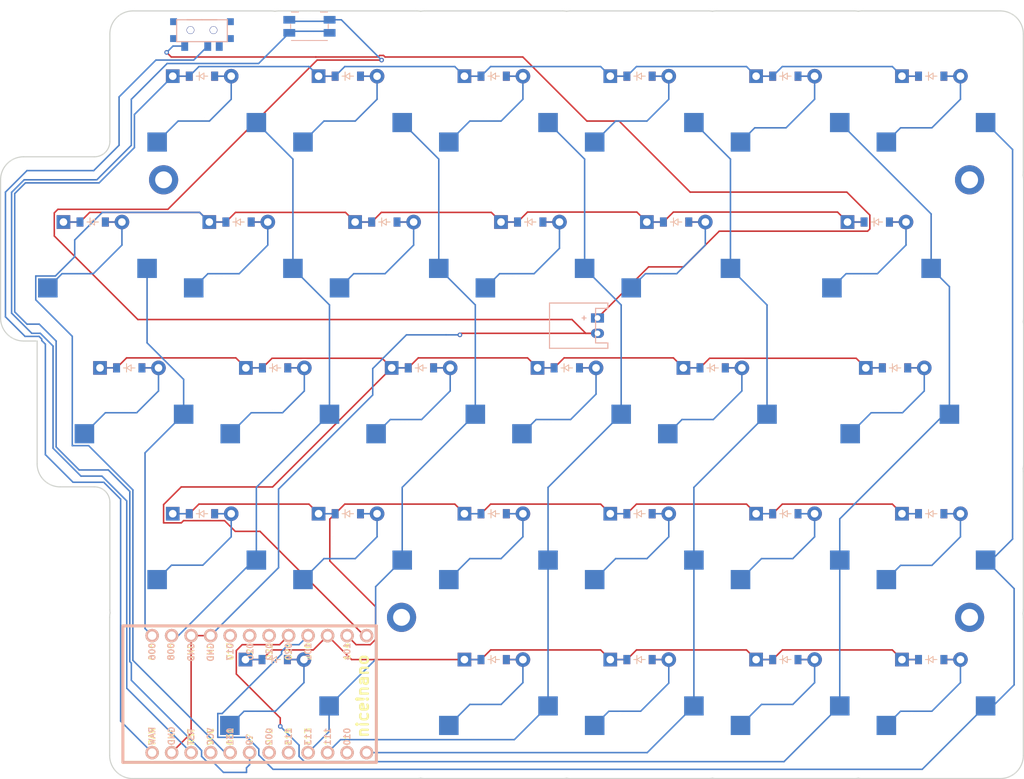
<source format=kicad_pcb>
(kicad_pcb (version 20241229) (generator "pcbnew") (generator_version "9.0")
  (title_block (title "right") (date "2026-01-19") (rev "v1.0.0") (company "Unknown"))
  (layers (0 "F.Cu" signal) (2 "B.Cu" signal) (13 "F.Paste" user) (15 "B.Paste" user) (5 "F.SilkS" user "F.Silkscreen") (7 "B.SilkS" user "B.Silkscreen") (1 "F.Mask" user) (3 "B.Mask" user) (25 "Edge.Cuts" user))
  (net 0 "")
  (net 1 "P006")
  (net 2 "c1_home")
  (net 3 "c1_top")
  (net 4 "P008")
  (net 5 "c2_bottom")
  (net 6 "c2_home")
  (net 7 "c2_top")
  (net 8 "c2_num")
  (net 9 "P113")
  (net 10 "c3_mod")
  (net 11 "c3_bottom")
  (net 12 "c3_home")
  (net 13 "c3_top")
  (net 14 "c3_num")
  (net 15 "P111")
  (net 16 "c4_mod")
  (net 17 "c4_bottom")
  (net 18 "c4_home")
  (net 19 "c4_top")
  (net 20 "c4_num")
  (net 21 "P009")
  (net 22 "c5_mod")
  (net 23 "c5_bottom")
  (net 24 "c5_home")
  (net 25 "c5_top")
  (net 26 "c5_num")
  (net 27 "P024")
  (net 28 "c6_mod")
  (net 29 "c6_bottom")
  (net 30 "c6_home")
  (net 31 "c6_top")
  (net 32 "c6_num")
  (net 33 "P100")
  (net 34 "c7_mod")
  (net 35 "c7_bottom")
  (net 36 "c7_num")
  (net 37 "RAW")
  (net 38 "GND")
  (net 39 "RST")
  (net 40 "VCC")
  (net 41 "P031")
  (net 42 "P029")
  (net 43 "P002")
  (net 44 "P115")
  (net 45 "P010")
  (net 46 "P017")
  (net 47 "P020")
  (net 48 "P022")
  (net 49 "P011")
  (net 50 "P104")
  (net 51 "P106")
  (net 52 "pos")
  (footprint "E73:SPDT_C128955" (layer "F.Cu") (at 269 64.5)
    (property "Reference" "T1" (hide yes))
    (property "Value" "" (hide yes))
  )
  (footprint "ComboDiode" (layer "F.Cu") (at 326 70.5)
    (property "Reference" "D21" (hide yes))
    (property "Value" "" (hide yes))
  )
  (footprint "ComboDiode" (layer "F.Cu") (at 364 146.5)
    (property "Reference" "D27" (hide yes))
    (property "Value" "" (hide yes))
  )
  (footprint "ComboDiode" (layer "F.Cu") (at 326 146.5)
    (property "Reference" "D17" (hide yes))
    (property "Value" "" (hide yes))
  )
  (footprint "ComboDiode" (layer "F.Cu") (at 307 70.5)
    (property "Reference" "D16" (hide yes))
    (property "Value" "" (hide yes))
  )
  (footprint "ComboDiode" (layer "F.Cu") (at 278.475 146.5)
    (property "Reference" "D7" (hide yes))
    (property "Value" "" (hide yes))
  )
  (footprint "ComboDiode" (layer "F.Cu") (at 259.525 108.5)
    (property "Reference" "D1" (hide yes))
    (property "Value" "" (hide yes))
  )
  (footprint "ComboDiode" (layer "F.Cu") (at 278.525 108.5)
    (property "Reference" "D4" (hide yes))
    (property "Value" "" (hide yes))
  )
  (footprint "MX" (layer "F.Cu") (at 330.7625 93 180)
    (property "Reference" "S20" (hide yes))
    (property "Value" "" (hide yes))
  )
  (footprint "MX" (layer "F.Cu") (at 292.7625 93 180)
    (property "Reference" "S10" (hide yes))
    (property "Value" "" (hide yes))
  )
  (footprint "MX" (layer "F.Cu") (at 335.525 112 180)
    (property "Reference" "S19" (hide yes))
    (property "Value" "" (hide yes))
  )
  (footprint "MX" (layer "F.Cu") (at 359.2875 112 180)
    (property "Reference" "S24" (hide yes))
    (property "Value" "" (hide yes))
  )
  (footprint "MX" (layer "F.Cu") (at 326 150 180)
    (property "Reference" "S17" (hide yes))
    (property "Value" "" (hide yes))
  )
  (footprint "ComboDiode" (layer "F.Cu") (at 254.7625 89.5)
    (property "Reference" "D2" (hide yes))
    (property "Value" "" (hide yes))
  )
  (footprint "Panasonic_EVQPUL_EVQPUC" (layer "F.Cu") (at 283 64)
    (property "Reference" "B1" (hide yes))
    (property "Value" "Panasonic_EVQPUL_EVQPUC" (hide yes))
  )
  (footprint "MX" (layer "F.Cu") (at 307 150 180)
    (property "Reference" "S12" (hide yes))
    (property "Value" "" (hide yes))
  )
  (footprint "ComboDiode" (layer "F.Cu") (at 326 127.5)
    (property "Reference" "D18" (hide yes))
    (property "Value" "" (hide yes))
  )
  (footprint "ComboDiode" (layer "F.Cu") (at 316.525 108.5)
    (property "Reference" "D14" (hide yes))
    (property "Value" "" (hide yes))
  )
  (footprint "mounting_hole" (layer "F.Cu") (at 264 84)
    (property "Reference" "H1" (hide yes))
    (property "Value" "")
  )
  (footprint "JST_PH_S2B-PH-K_02x2.00mm_Angled" (layer "F.Cu") (at 320.525 103 -90)
    (property "Reference" "JST1" (hide yes))
    (property "Value" "" (hide yes))
  )
  (footprint "MX" (layer "F.Cu") (at 326 74 180)
    (property "Reference" "S21" (hide yes))
    (property "Value" "" (hide yes))
  )
  (footprint "MX" (layer "F.Cu") (at 288 74 180)
    (property "Reference" "S11" (hide yes))
    (property "Value" "" (hide yes))
  )
  (footprint "MX" (layer "F.Cu") (at 259.525 112 180)
    (property "Reference" "S1" (hide yes))
    (property "Value" "" (hide yes))
  )
  (footprint "ComboDiode" (layer "F.Cu") (at 356.90625 89.5)
    (property "Reference" "D25" (hide yes))
    (property "Value" "" (hide yes))
  )
  (footprint "MX" (layer "F.Cu") (at 356.90625 93 180)
    (property "Reference" "S25" (hide yes))
    (property "Value" "" (hide yes))
  )
  (footprint "ComboDiode" (layer "F.Cu") (at 307 146.5)
    (property "Reference" "D12" (hide yes))
    (property "Value" "" (hide yes))
  )
  (footprint "MX" (layer "F.Cu") (at 269 131 180)
    (property "Reference" "S3" (hide yes))
    (property "Value" "" (hide yes))
  )
  (footprint "MX" (layer "F.Cu") (at 269 74 180)
    (property "Reference" "S6" (hide yes))
    (property "Value" "" (hide yes))
  )
  (footprint "ComboDiode" (layer "F.Cu") (at 307 127.5)
    (property "Reference" "D13" (hide yes))
    (property "Value" "" (hide yes))
  )
  (footprint "ComboDiode" (layer "F.Cu") (at 288 127.5)
    (property "Reference" "D8" (hide yes))
    (property "Value" "" (hide yes))
  )
  (footprint "MX" (layer "F.Cu") (at 278.525 112 180)
    (property "Reference" "S4" (hide yes))
    (property "Value" "" (hide yes))
  )
  (footprint "ComboDiode" (layer "F.Cu") (at 273.7625 89.5)
    (property "Reference" "D5" (hide yes))
    (property "Value" "" (hide yes))
  )
  (footprint "nice_nano" (layer "F.Cu") (at 276.475 151)
    (property "Reference" "MCU1" (hide yes))
    (property "Value" "nice_nano" (hide yes))
  )
  (footprint "MX" (layer "F.Cu") (at 345 74 180)
    (property "Reference" "S26" (hide yes))
    (property "Value" "" (hide yes))
  )
  (footprint "MX" (layer "F.Cu") (at 311.7625 93 180)
    (property "Reference" "S15" (hide yes))
    (property "Value" "" (hide yes))
  )
  (footprint "ComboDiode" (layer "F.Cu") (at 269 70.5)
    (property "Reference" "D6" (hide yes))
    (property "Value" "" (hide yes))
  )
  (footprint "ComboDiode" (layer "F.Cu") (at 288 70.5)
    (property "Reference" "D11" (hide yes))
    (property "Value" "" (hide yes))
  )
  (footprint "MX" (layer "F.Cu") (at 364 150 180)
    (property "Reference" "S27" (hide yes))
    (property "Value" "" (hide yes))
  )
  (footprint "ComboDiode" (layer "F.Cu") (at 345 146.5)
    (property "Reference" "D22" (hide yes))
    (property "Value" "" (hide yes))
  )
  (footprint "ComboDiode" (layer "F.Cu") (at 335.525 108.5)
    (property "Reference" "D19" (hide yes))
    (property "Value" "" (hide yes))
  )
  (footprint "MX" (layer "F.Cu") (at 326 131 180)
    (property "Reference" "S18" (hide yes))
    (property "Value" "" (hide yes))
  )
  (footprint "MX" (layer "F.Cu") (at 273.7625 93 180)
    (property "Reference" "S5" (hide yes))
    (property "Value" "" (hide yes))
  )
  (footprint "MX" (layer "F.Cu") (at 307 74 180)
    (property "Reference" "S16" (hide yes))
    (property "Value" "" (hide yes))
  )
  (footprint "MX" (layer "F.Cu") (at 307 131 180)
    (property "Reference" "S13" (hide yes))
    (property "Value" "" (hide yes))
  )
  (footprint "ComboDiode" (layer "F.Cu") (at 345 127.5)
    (property "Reference" "D23" (hide yes))
    (property "Value" "" (hide yes))
  )
  (footprint "ComboDiode" (layer "F.Cu") (at 269 127.5)
    (property "Reference" "D3" (hide yes))
    (property "Value" "" (hide yes))
  )
  (footprint "MX" (layer "F.Cu") (at 345 131 180)
    (property "Reference" "S23" (hide yes))
    (property "Value" "" (hide yes))
  )
  (footprint "ComboDiode" (layer "F.Cu") (at 364 70.5)
    (property "Reference" "D29" (hide yes))
    (property "Value" "" (hide yes))
  )
  (footprint "MX" (layer "F.Cu") (at 297.525 112 180)
    (property "Reference" "S9" (hide yes))
    (property "Value" "" (hide yes))
  )
  (footprint "ComboDiode" (layer "F.Cu") (at 345 70.5)
    (property "Reference" "D26" (hide yes))
    (property "Value" "" (hide yes))
  )
  (footprint "ComboDiode" (layer "F.Cu") (at 311.7625 89.5)
    (property "Reference" "D15" (hide yes))
    (property "Value" "" (hide yes))
  )
  (footprint "ComboDiode" (layer "F.Cu") (at 292.7625 89.5)
    (property "Reference" "D10" (hide yes))
    (property "Value" "" (hide yes))
  )
  (footprint "MX" (layer "F.Cu") (at 364 131 180)
    (property "Reference" "S28" (hide yes))
    (property "Value" "" (hide yes))
  )
  (footprint "ComboDiode" (layer "F.Cu") (at 330.7625 89.5)
    (property "Reference" "D20" (hide yes))
    (property "Value" "" (hide yes))
  )
  (footprint "mounting_hole" (layer "F.Cu") (at 295 141)
    (property "Reference" "H3" (hide yes))
    (property "Value" "")
  )
  (footprint "MX" (layer "F.Cu") (at 288 131 180)
    (property "Reference" "S8" (hide yes))
    (property "Value" "" (hide yes))
  )
  (footprint "mounting_hole" (layer "F.Cu") (at 369 141)
    (property "Reference" "H4" (hide yes))
    (property "Value" "")
  )
  (footprint "MX" (layer "F.Cu") (at 345 150 180)
    (property "Reference" "S22" (hide yes))
    (property "Value" "" (hide yes))
  )
  (footprint "ComboDiode" (layer "F.Cu") (at 359.2875 108.5)
    (property "Reference" "D24" (hide yes))
    (property "Value" "" (hide yes))
  )
  (footprint "MX" (layer "F.Cu") (at 364 74 180)
    (property "Reference" "S29" (hide yes))
    (property "Value" "" (hide yes))
  )
  (footprint "MX" (layer "F.Cu") (at 278.475 150 180)
    (property "Reference" "S7" (hide yes))
    (property "Value" "" (hide yes))
  )
  (footprint "MX" (layer "F.Cu") (at 254.7625 93 180)
    (property "Reference" "S2" (hide yes))
    (property "Value" "" (hide yes))
  )
  (footprint "ComboDiode" (layer "F.Cu") (at 297.525 108.5)
    (property "Reference" "D9" (hide yes))
    (property "Value" "" (hide yes))
  )
  (footprint "mounting_hole" (layer "F.Cu") (at 369 84)
    (property "Reference" "H2" (hide yes))
    (property "Value" "")
  )
  (footprint "MX" (layer "F.Cu") (at 316.525 112 180)
    (property "Reference" "S14" (hide yes))
    (property "Value" "" (hide yes))
  )
  (footprint "ComboDiode" (layer "F.Cu") (at 364 127.5)
    (property "Reference" "D28" (hide yes))
    (property "Value" "" (hide yes))
  )
  (gr_arc (start 316.5 161.95804) (mid 316.250879 161.989493) (end 316 162) (stroke (width 0.15)) (layer "Edge.Cuts"))
  (gr_line (start 297 62) (end 279 62) (stroke (width 0.15)) (layer "Edge.Cuts"))
  (gr_arc (start 335.5 62.04196) (mid 335.749121 62.010507) (end 336 62) (stroke (width 0.15)) (layer "Edge.Cuts"))
  (gr_arc (start 375.97218 83.407608) (mid 376.016446 83.702335) (end 376.03125 84) (stroke (width 0.15)) (layer "Edge.Cuts"))
  (gr_arc (start 297.4875 161.9559) (mid 297.232197 161.988956) (end 296.975 162) (stroke (width 0.15)) (layer "Edge.Cuts"))
  (gr_arc (start 242.7625 84) (mid 243.64118 81.87868) (end 245.7625 81) (stroke (width 0.15)) (layer "Edge.Cuts"))
  (gr_arc (start 355 162) (mid 354.749121 161.989491) (end 354.5 161.95804) (stroke (width 0.15)) (layer "Edge.Cuts"))
  (gr_arc (start 376.03125 102) (mid 376.02151 102.241541) (end 375.992356 102.481513) (stroke (width 0.15)) (layer "Edge.Cuts"))
  (gr_line (start 257 126) (end 257 140) (stroke (width 0.15)) (layer "Edge.Cuts"))
  (gr_line (start 355 162) (end 373 162) (stroke (width 0.15)) (layer "Edge.Cuts"))
  (gr_arc (start 354.5 161.95804) (mid 354.250879 161.989493) (end 354 162) (stroke (width 0.15)) (layer "Edge.Cuts"))
  (gr_arc (start 373 62) (mid 375.12132 62.87868) (end 376 65) (stroke (width 0.15)) (layer "Edge.Cuts"))
  (gr_line (start 317 162) (end 335 162) (stroke (width 0.15)) (layer "Edge.Cuts"))
  (gr_line (start 257 65) (end 257 79) (stroke (width 0.15)) (layer "Edge.Cuts"))
  (gr_arc (start 376.0375 121) (mid 376.021747 121.307035) (end 375.974653 121.610846) (stroke (width 0.15)) (layer "Edge.Cuts"))
  (gr_line (start 259.975 162) (end 296.975 162) (stroke (width 0.15)) (layer "Edge.Cuts"))
  (gr_line (start 278 62) (end 260 62) (stroke (width 0.15)) (layer "Edge.Cuts"))
  (gr_arc (start 257.030411 140.426073) (mid 257.007611 140.213579) (end 257 140) (stroke (width 0.15)) (layer "Edge.Cuts"))
  (gr_line (start 336 162) (end 354 162) (stroke (width 0.15)) (layer "Edge.Cuts"))
  (gr_arc (start 317 162) (mid 316.749121 161.989491) (end 316.5 161.95804) (stroke (width 0.15)) (layer "Edge.Cuts"))
  (gr_arc (start 278.5 62.04196) (mid 278.749121 62.010507) (end 279 62) (stroke (width 0.15)) (layer "Edge.Cuts"))
  (gr_line (start 335 62) (end 317 62) (stroke (width 0.15)) (layer "Edge.Cuts"))
  (gr_arc (start 250.525 124) (mid 248.40368 123.12132) (end 247.525 121) (stroke (width 0.15)) (layer "Edge.Cuts"))
  (gr_line (start 247.525 105) (end 247.525 121) (stroke (width 0.15)) (layer "Edge.Cuts"))
  (gr_arc (start 259.975 162) (mid 257.85368 161.12132) (end 256.975 159) (stroke (width 0.15)) (layer "Edge.Cuts"))
  (gr_line (start 376 159) (end 376 141) (stroke (width 0.15)) (layer "Edge.Cuts"))
  (gr_line (start 242.7625 84) (end 242.7625 102) (stroke (width 0.15)) (layer "Edge.Cuts"))
  (gr_arc (start 245.7625 105) (mid 243.64118 104.12132) (end 242.7625 102) (stroke (width 0.15)) (layer "Edge.Cuts"))
  (gr_arc (start 376 159) (mid 375.12132 161.12132) (end 373 162) (stroke (width 0.15)) (layer "Edge.Cuts"))
  (gr_arc (start 375.974653 121.610846) (mid 375.993658 121.805011) (end 376 122) (stroke (width 0.15)) (layer "Edge.Cuts"))
  (gr_line (start 316 62) (end 298 62) (stroke (width 0.15)) (layer "Edge.Cuts"))
  (gr_arc (start 354.5 62.04196) (mid 354.749121 62.010507) (end 355 62) (stroke (width 0.15)) (layer "Edge.Cuts"))
  (gr_line (start 354 62) (end 336 62) (stroke (width 0.15)) (layer "Edge.Cuts"))
  (gr_arc (start 298 162) (mid 297.742803 161.988954) (end 297.4875 161.9559) (stroke (width 0.15)) (layer "Edge.Cuts"))
  (gr_arc (start 297 62) (mid 297.250879 62.010509) (end 297.5 62.04196) (stroke (width 0.15)) (layer "Edge.Cuts"))
  (gr_arc (start 297.5 62.04196) (mid 297.749121 62.010507) (end 298 62) (stroke (width 0.15)) (layer "Edge.Cuts"))
  (gr_line (start 298 162) (end 316 162) (stroke (width 0.15)) (layer "Edge.Cuts"))
  (gr_arc (start 278 62) (mid 278.250879 62.010509) (end 278.5 62.04196) (stroke (width 0.15)) (layer "Edge.Cuts"))
  (gr_line (start 256.975 141) (end 256.975 159) (stroke (width 0.15)) (layer "Edge.Cuts"))
  (gr_line (start 245.7625 105) (end 247.525 105) (stroke (width 0.15)) (layer "Edge.Cuts"))
  (gr_arc (start 257 79) (mid 256.414214 80.414214) (end 255 81) (stroke (width 0.15)) (layer "Edge.Cuts"))
  (gr_arc (start 316.5 62.04196) (mid 316.749121 62.010507) (end 317 62) (stroke (width 0.15)) (layer "Edge.Cuts"))
  (gr_line (start 373 62) (end 355 62) (stroke (width 0.15)) (layer "Edge.Cuts"))
  (gr_line (start 376 83) (end 376 65) (stroke (width 0.15)) (layer "Edge.Cuts"))
  (gr_arc (start 336 162) (mid 335.749121 161.989491) (end 335.5 161.95804) (stroke (width 0.15)) (layer "Edge.Cuts"))
  (gr_arc (start 376 83) (mid 375.993037 83.204278) (end 375.97218 83.407608) (stroke (width 0.15)) (layer "Edge.Cuts"))
  (gr_arc (start 257 65) (mid 257.87868 62.87868) (end 260 62) (stroke (width 0.15)) (layer "Edge.Cuts"))
  (gr_arc (start 375.992356 102.481513) (mid 376.026193 102.739776) (end 376.0375 103) (stroke (width 0.15)) (layer "Edge.Cuts"))
  (gr_arc (start 335 62) (mid 335.250879 62.010509) (end 335.5 62.04196) (stroke (width 0.15)) (layer "Edge.Cuts"))
  (gr_arc (start 316 62) (mid 316.250879 62.010509) (end 316.5 62.04196) (stroke (width 0.15)) (layer "Edge.Cuts"))
  (gr_line (start 376.0375 121) (end 376.0375 103) (stroke (width 0.15)) (layer "Edge.Cuts"))
  (gr_arc (start 354 62) (mid 354.250879 62.010509) (end 354.5 62.04196) (stroke (width 0.15)) (layer "Edge.Cuts"))
  (gr_line (start 250.525 124) (end 255 124) (stroke (width 0.15)) (layer "Edge.Cuts"))
  (gr_arc (start 255 124) (mid 256.414214 124.585786) (end 257 126) (stroke (width 0.15)) (layer "Edge.Cuts"))
  (gr_arc (start 375.95804 140.5) (mid 375.989493 140.749121) (end 376 141) (stroke (width 0.15)) (layer "Edge.Cuts"))
  (gr_line (start 376 140) (end 376 122) (stroke (width 0.15)) (layer "Edge.Cuts"))
  (gr_arc (start 256.975 141) (mid 256.988885 140.711702) (end 257.030411 140.426073) (stroke (width 0.15)) (layer "Edge.Cuts"))
  (gr_line (start 255 81) (end 245.7625 81) (stroke (width 0.15)) (layer "Edge.Cuts"))
  (gr_arc (start 376 140) (mid 375.989491 140.250879) (end 375.95804 140.5) (stroke (width 0.15)) (layer "Edge.Cuts"))
  (gr_line (start 376.03125 102) (end 376.03125 84) (stroke (width 0.15)) (layer "Edge.Cuts"))
  (gr_arc (start 335.5 161.95804) (mid 335.250879 161.989493) (end 335 162) (stroke (width 0.15)) (layer "Edge.Cuts"))
  (segment (start 261.582 142.457) (end 262.505 143.38) (width 0.2) (layer "B.Cu") (net 1))
  (segment (start 261.582 119.568) (end 261.582 142.457) (width 0.2) (layer "B.Cu") (net 1))
  (segment (start 261.8475 95.54) (end 261.8475 105.239783) (width 0.2) (layer "B.Cu") (net 1))
  (segment (start 266.61 114.54) (end 261.582 119.568) (width 0.2) (layer "B.Cu") (net 1))
  (segment (start 261.8475 105.239783) (end 266.61 110.002283) (width 0.2) (layer "B.Cu") (net 1))
  (segment (start 266.61 110.002283) (end 266.61 114.54) (width 0.2) (layer "B.Cu") (net 1))
  (segment (start 261.175 108.5) (end 263.335 108.5) (width 0.2) (layer "F.Cu") (net 2))
  (segment (start 253.683 117.08) (end 256.4181 114.3449) (width 0.2) (layer "B.Cu") (net 2))
  (segment (start 256.4181 114.3449) (end 260.496289 114.3449) (width 0.2) (layer "B.Cu") (net 2))
  (segment (start 260.496289 114.3449) (end 263.335 111.506189) (width 0.2) (layer "B.Cu") (net 2))
  (segment (start 263.335 111.506189) (end 263.335 108.5) (width 0.2) (layer "B.Cu") (net 2))
  (segment (start 263.335 108.5) (end 261.175 108.5) (width 0.2) (layer "B.Cu") (net 2))
  (segment (start 256.4125 89.5) (end 258.5725 89.5) (width 0.2) (layer "F.Cu") (net 3))
  (segment (start 250.7715 96.229) (end 254.849689 96.229) (width 0.2) (layer "B.Cu") (net 3))
  (segment (start 254.849689 96.229) (end 258.5725 92.506189) (width 0.2) (layer "B.Cu") (net 3))
  (segment (start 258.5725 92.506189) (end 258.5725 89.5) (width 0.2) (layer "B.Cu") (net 3))
  (segment (start 256.4125 89.5) (end 258.5725 89.5) (width 0.2) (layer "B.Cu") (net 3))
  (segment (start 248.9205 98.08) (end 250.7715 96.229) (width 0.2) (layer "B.Cu") (net 3))
  (segment (start 276.085 124.065) (end 276.085 133.54) (width 0.2) (layer "B.Cu") (net 4))
  (segment (start 276.085 76.54) (end 280.8475 81.3025) (width 0.2) (layer "B.Cu") (net 4))
  (segment (start 280.8475 81.3025) (end 280.8475 95.54) (width 0.2) (layer "B.Cu") (net 4))
  (segment (start 276.085 133.54) (end 275.760046 133.54) (width 0.2) (layer "B.Cu") (net 4))
  (segment (start 265.920046 143.38) (end 265.045 143.38) (width 0.2) (layer "B.Cu") (net 4))
  (segment (start 285.61 100.3025) (end 285.61 114.54) (width 0.2) (layer "B.Cu") (net 4))
  (segment (start 285.61 114.54) (end 276.085 124.065) (width 0.2) (layer "B.Cu") (net 4))
  (segment (start 275.760046 133.54) (end 265.920046 143.38) (width 0.2) (layer "B.Cu") (net 4))
  (segment (start 280.8475 95.54) (end 285.61 100.3025) (width 0.2) (layer "B.Cu") (net 4))
  (segment (start 270.65 127.5) (end 272.81 127.5) (width 0.2) (layer "F.Cu") (net 5))
  (segment (start 263.158 136.08) (end 265.038 134.2) (width 0.2) (layer "B.Cu") (net 5))
  (segment (start 265.038 134.2) (end 269.116189 134.2) (width 0.2) (layer "B.Cu") (net 5))
  (segment (start 272.81 127.5) (end 270.65 127.5) (width 0.2) (layer "B.Cu") (net 5))
  (segment (start 272.81 130.506189) (end 272.81 127.5) (width 0.2) (layer "B.Cu") (net 5))
  (segment (start 269.116189 134.2) (end 272.81 130.506189) (width 0.2) (layer "B.Cu") (net 5))
  (segment (start 280.175 108.5) (end 282.335 108.5) (width 0.2) (layer "F.Cu") (net 6))
  (segment (start 282.335 108.5) (end 280.175 108.5) (width 0.2) (layer "B.Cu") (net 6))
  (segment (start 279.496289 114.3449) (end 282.335 111.506189) (width 0.2) (layer "B.Cu") (net 6))
  (segment (start 272.683 117.08) (end 275.4181 114.3449) (width 0.2) (layer "B.Cu") (net 6))
  (segment (start 282.335 111.506189) (end 282.335 108.5) (width 0.2) (layer "B.Cu") (net 6))
  (segment (start 275.4181 114.3449) (end 279.496289 114.3449) (width 0.2) (layer "B.Cu") (net 6))
  (segment (start 275.4125 89.5) (end 277.5725 89.5) (width 0.2) (layer "F.Cu") (net 7))
  (segment (start 277.5725 92.506189) (end 277.5725 89.5) (width 0.2) (layer "B.Cu") (net 7))
  (segment (start 273.849689 96.229) (end 277.5725 92.506189) (width 0.2) (layer "B.Cu") (net 7))
  (segment (start 277.5725 89.5) (end 275.4125 89.5) (width 0.2) (layer "B.Cu") (net 7))
  (segment (start 267.9205 98.08) (end 269.7715 96.229) (width 0.2) (layer "B.Cu") (net 7))
  (segment (start 269.7715 96.229) (end 273.849689 96.229) (width 0.2) (layer "B.Cu") (net 7))
  (segment (start 270.65 70.5) (end 272.81 70.5) (width 0.2) (layer "F.Cu") (net 8))
  (segment (start 263.158 79.08) (end 265.8931 76.3449) (width 0.2) (layer "B.Cu") (net 8))
  (segment (start 269.971289 76.3449) (end 272.81 73.506189) (width 0.2) (layer "B.Cu") (net 8))
  (segment (start 272.81 73.506189) (end 272.81 70.5) (width 0.2) (layer "B.Cu") (net 8))
  (segment (start 272.81 70.5) (end 270.65 70.5) (width 0.2) (layer "B.Cu") (net 8))
  (segment (start 265.8931 76.3449) (end 269.971289 76.3449) (width 0.2) (layer "B.Cu") (net 8))
  (segment (start 295.085 124.065) (end 295.085 133.54) (width 0.2) (layer "B.Cu") (net 9))
  (segment (start 299.8475 95.54) (end 304.61 100.3025) (width 0.2) (layer "B.Cu") (net 9))
  (segment (start 291.6223 146.4777) (end 285.56 152.54) (width 0.2) (layer "B.Cu") (net 9))
  (segment (start 295.085 76.54) (end 299.8475 81.3025) (width 0.2) (layer "B.Cu") (net 9))
  (segment (start 285.56 155.885) (end 282.825 158.62) (width 0.2) (layer "B.Cu") (net 9))
  (segment (start 291.6223 137.0027) (end 291.6223 146.4777) (width 0.2) (layer "B.Cu") (net 9))
  (segment (start 299.8475 81.3025) (end 299.8475 95.54) (width 0.2) (layer "B.Cu") (net 9))
  (segment (start 304.61 100.3025) (end 304.61 114.54) (width 0.2) (layer "B.Cu") (net 9))
  (segment (start 285.56 152.54) (end 285.56 155.885) (width 0.2) (layer "B.Cu") (net 9))
  (segment (start 295.085 133.54) (end 291.6223 137.0027) (width 0.2) (layer "B.Cu") (net 9))
  (segment (start 304.61 114.54) (end 295.085 124.065) (width 0.2) (layer "B.Cu") (net 9))
  (segment (start 280.125 146.5) (end 282.285 146.5) (width 0.2) (layer "F.Cu") (net 10))
  (segment (start 280.125 146.5) (end 282.285 146.5) (width 0.2) (layer "B.Cu") (net 10))
  (segment (start 282.285 149.506189) (end 278.562189 153.229) (width 0.2) (layer "B.Cu") (net 10))
  (segment (start 278.562189 153.229) (end 274.484 153.229) (width 0.2) (layer "B.Cu") (net 10))
  (segment (start 282.285 146.5) (end 282.285 149.506189) (width 0.2) (layer "B.Cu") (net 10))
  (segment (start 274.484 153.229) (end 272.633 155.08) (width 0.2) (layer "B.Cu") (net 10))
  (segment (start 289.65 127.5) (end 291.81 127.5) (width 0.2) (layer "F.Cu") (net 11))
  (segment (start 284.8931 133.3449) (end 288.971289 133.3449) (width 0.2) (layer "B.Cu") (net 11))
  (segment (start 291.81 130.506189) (end 291.81 127.5) (width 0.2) (layer "B.Cu") (net 11))
  (segment (start 282.158 136.08) (end 284.8931 133.3449) (width 0.2) (layer "B.Cu") (net 11))
  (segment (start 288.971289 133.3449) (end 291.81 130.506189) (width 0.2) (layer "B.Cu") (net 11))
  (segment (start 291.81 127.5) (end 289.65 127.5) (width 0.2) (layer "B.Cu") (net 11))
  (segment (start 299.175 108.5) (end 301.335 108.5) (width 0.2) (layer "F.Cu") (net 12))
  (segment (start 293.534 115.229) (end 297.612189 115.229) (width 0.2) (layer "B.Cu") (net 12))
  (segment (start 301.335 108.5) (end 299.175 108.5) (width 0.2) (layer "B.Cu") (net 12))
  (segment (start 301.335 111.506189) (end 301.335 108.5) (width 0.2) (layer "B.Cu") (net 12))
  (segment (start 297.612189 115.229) (end 301.335 111.506189) (width 0.2) (layer "B.Cu") (net 12))
  (segment (start 291.683 117.08) (end 293.534 115.229) (width 0.2) (layer "B.Cu") (net 12))
  (segment (start 294.4125 89.5) (end 296.5725 89.5) (width 0.2) (layer "F.Cu") (net 13))
  (segment (start 294.4125 89.5) (end 296.5725 89.5) (width 0.2) (layer "B.Cu") (net 13))
  (segment (start 296.5725 92.506189) (end 292.849689 96.229) (width 0.2) (layer "B.Cu") (net 13))
  (segment (start 288.7715 96.229) (end 286.9205 98.08) (width 0.2) (layer "B.Cu") (net 13))
  (segment (start 292.849689 96.229) (end 288.7715 96.229) (width 0.2) (layer "B.Cu") (net 13))
  (segment (start 296.5725 89.5) (end 296.5725 92.506189) (width 0.2) (layer "B.Cu") (net 13))
  (segment (start 289.65 70.5) (end 291.81 70.5) (width 0.2) (layer "F.Cu") (net 14))
  (segment (start 288.971289 76.3449) (end 291.81 73.506189) (width 0.2) (layer "B.Cu") (net 14))
  (segment (start 282.158 79.08) (end 284.8931 76.3449) (width 0.2) (layer "B.Cu") (net 14))
  (segment (start 291.81 73.506189) (end 291.81 70.5) (width 0.2) (layer "B.Cu") (net 14))
  (segment (start 284.8931 76.3449) (end 288.971289 76.3449) (width 0.2) (layer "B.Cu") (net 14))
  (segment (start 289.65 70.5) (end 291.81 70.5) (width 0.2) (layer "B.Cu") (net 14))
  (segment (start 314.085 152.54) (end 314.085 133.54) (width 0.2) (layer "B.Cu") (net 15))
  (segment (start 287.054 156.931) (end 285.365 158.62) (width 0.2) (layer "B.Cu") (net 15))
  (segment (start 309.694 156.931) (end 287.054 156.931) (width 0.2) (layer "B.Cu") (net 15))
  (segment (start 323.61 100.3025) (end 323.61 114.54) (width 0.2) (layer "B.Cu") (net 15))
  (segment (start 318.8475 81.3025) (end 318.8475 95.54) (width 0.2) (layer "B.Cu") (net 15))
  (segment (start 314.085 124.065) (end 314.085 133.54) (width 0.2) (layer "B.Cu") (net 15))
  (segment (start 314.085 76.54) (end 318.8475 81.3025) (width 0.2) (layer "B.Cu") (net 15))
  (segment (start 318.8475 95.54) (end 323.61 100.3025) (width 0.2) (layer "B.Cu") (net 15))
  (segment (start 314.085 152.54) (end 309.694 156.931) (width 0.2) (layer "B.Cu") (net 15))
  (segment (start 323.61 114.54) (end 314.085 124.065) (width 0.2) (layer "B.Cu") (net 15))
  (segment (start 310.81 146.5) (end 308.65 146.5) (width 0.2) (layer "F.Cu") (net 16))
  (segment (start 301.158 155.08) (end 303.8931 152.3449) (width 0.2) (layer "B.Cu") (net 16))
  (segment (start 307.971289 152.3449) (end 310.81 149.506189) (width 0.2) (layer "B.Cu") (net 16))
  (segment (start 310.81 149.506189) (end 310.81 146.5) (width 0.2) (layer "B.Cu") (net 16))
  (segment (start 303.8931 152.3449) (end 307.971289 152.3449) (width 0.2) (layer "B.Cu") (net 16))
  (segment (start 310.81 146.5) (end 308.65 146.5) (width 0.2) (layer "B.Cu") (net 16))
  (segment (start 308.65 127.5) (end 310.81 127.5) (width 0.2) (layer "F.Cu") (net 17))
  (segment (start 310.81 130.506189) (end 310.81 127.5) (width 0.2) (layer "B.Cu") (net 17))
  (segment (start 303.8931 133.3449) (end 307.971289 133.3449) (width 0.2) (layer "B.Cu") (net 17))
  (segment (start 307.971289 133.3449) (end 310.81 130.506189) (width 0.2) (layer "B.Cu") (net 17))
  (segment (start 301.158 136.08) (end 303.8931 133.3449) (width 0.2) (layer "B.Cu") (net 17))
  (segment (start 310.81 127.5) (end 308.65 127.5) (width 0.2) (layer "B.Cu") (net 17))
  (segment (start 318.175 108.5) (end 320.335 108.5) (width 0.2) (layer "F.Cu") (net 18))
  (segment (start 320.335 108.5) (end 320.335 111.922291) (width 0.2) (layer "B.Cu") (net 18))
  (segment (start 312.534 115.229) (end 310.683 117.08) (width 0.2) (layer "B.Cu") (net 18))
  (segment (start 318.175 108.5) (end 320.335 108.5) (width 0.2) (layer "B.Cu") (net 18))
  (segment (start 317.028291 115.229) (end 312.534 115.229) (width 0.2) (layer "B.Cu") (net 18))
  (segment (start 320.335 111.922291) (end 317.028291 115.229) (width 0.2) (layer "B.Cu") (net 18))
  (segment (start 313.4125 89.5) (end 315.5725 89.5) (width 0.2) (layer "F.Cu") (net 19))
  (segment (start 315.5725 92.922291) (end 312.265791 96.229) (width 0.2) (layer "B.Cu") (net 19))
  (segment (start 315.5725 89.5) (end 315.5725 92.922291) (width 0.2) (layer "B.Cu") (net 19))
  (segment (start 307.7715 96.229) (end 305.9205 98.08) (width 0.2) (layer "B.Cu") (net 19))
  (segment (start 312.265791 96.229) (end 307.7715 96.229) (width 0.2) (layer "B.Cu") (net 19))
  (segment (start 313.4125 89.5) (end 315.5725 89.5) (width 0.2) (layer "B.Cu") (net 19))
  (segment (start 308.65 70.5) (end 310.81 70.5) (width 0.2) (layer "F.Cu") (net 20))
  (segment (start 303.8931 76.3449) (end 307.971289 76.3449) (width 0.2) (layer "B.Cu") (net 20))
  (segment (start 310.81 73.506189) (end 310.81 70.5) (width 0.2) (layer "B.Cu") (net 20))
  (segment (start 310.81 70.5) (end 308.65 70.5) (width 0.2) (layer "B.Cu") (net 20))
  (segment (start 307.971289 76.3449) (end 310.81 73.506189) (width 0.2) (layer "B.Cu") (net 20))
  (segment (start 301.158 79.08) (end 303.8931 76.3449) (width 0.2) (layer "B.Cu") (net 20))
  (segment (start 333.085 76.54) (end 337.8475 81.3025) (width 0.2) (layer "B.Cu") (net 21))
  (segment (start 333.085 152.54) (end 333.085 133.54) (width 0.2) (layer "B.Cu") (net 21))
  (segment (start 337.8475 81.3025) (end 337.8475 95.54) (width 0.2) (layer "B.Cu") (net 21))
  (segment (start 337.8475 95.54) (end 342.61 100.3025) (width 0.2) (layer "B.Cu") (net 21))
  (segment (start 342.61 100.3025) (end 342.61 114.54) (width 0.2) (layer "B.Cu") (net 21))
  (segment (start 333.085 124.065) (end 333.085 133.54) (width 0.2) (layer "B.Cu") (net 21))
  (segment (start 333.085 152.54) (end 327.005 158.62) (width 0.2) (layer "B.Cu") (net 21))
  (segment (start 342.61 114.54) (end 333.085 124.065) (width 0.2) (layer "B.Cu") (net 21))
  (segment (start 327.005 158.62) (end 290.445 158.62) (width 0.2) (layer "B.Cu") (net 21))
  (segment (start 329.81 146.5) (end 327.65 146.5) (width 0.2) (layer "F.Cu") (net 22))
  (segment (start 327.65 146.5) (end 329.81 146.5) (width 0.2) (layer "B.Cu") (net 22))
  (segment (start 326.151257 153.229) (end 322.009 153.229) (width 0.2) (layer "B.Cu") (net 22))
  (segment (start 322.009 153.229) (end 320.158 155.08) (width 0.2) (layer "B.Cu") (net 22))
  (segment (start 329.81 146.5) (end 329.81 149.570257) (width 0.2) (layer "B.Cu") (net 22))
  (segment (start 329.81 149.570257) (end 326.151257 153.229) (width 0.2) (layer "B.Cu") (net 22))
  (segment (start 327.65 127.5) (end 329.81 127.5) (width 0.2) (layer "F.Cu") (net 23))
  (segment (start 329.81 130.506189) (end 329.81 127.5) (width 0.2) (layer "B.Cu") (net 23))
  (segment (start 329.81 127.5) (end 327.65 127.5) (width 0.2) (layer "B.Cu") (net 23))
  (segment (start 322.8931 133.3449) (end 326.971289 133.3449) (width 0.2) (layer "B.Cu") (net 23))
  (segment (start 326.971289 133.3449) (end 329.81 130.506189) (width 0.2) (layer "B.Cu") (net 23))
  (segment (start 320.158 136.08) (end 322.8931 133.3449) (width 0.2) (layer "B.Cu") (net 23))
  (segment (start 337.175 108.5) (end 339.335 108.5) (width 0.2) (layer "F.Cu") (net 24))
  (segment (start 331.534 115.229) (end 329.683 117.08) (width 0.2) (layer "B.Cu") (net 24))
  (segment (start 335.612189 115.229) (end 331.534 115.229) (width 0.2) (layer "B.Cu") (net 24))
  (segment (start 339.335 111.506189) (end 335.612189 115.229) (width 0.2) (layer "B.Cu") (net 24))
  (segment (start 339.335 108.5) (end 339.335 111.506189) (width 0.2) (layer "B.Cu") (net 24))
  (segment (start 339.335 108.5) (end 337.175 108.5) (width 0.2) (layer "B.Cu") (net 24))
  (segment (start 332.4125 89.5) (end 334.5725 89.5) (width 0.2) (layer "F.Cu") (net 25))
  (segment (start 332.4125 89.5) (end 334.5725 89.5) (width 0.2) (layer "B.Cu") (net 25))
  (segment (start 326.7715 96.229) (end 324.9205 98.08) (width 0.2) (layer "B.Cu") (net 25))
  (segment (start 330.849689 96.229) (end 326.7715 96.229) (width 0.2) (layer "B.Cu") (net 25))
  (segment (start 334.5725 92.506189) (end 330.849689 96.229) (width 0.2) (layer "B.Cu") (net 25))
  (segment (start 334.5725 89.5) (end 334.5725 92.506189) (width 0.2) (layer "B.Cu") (net 25))
  (segment (start 329.81 70.5) (end 327.65 70.5) (width 0.2) (layer "F.Cu") (net 26))
  (segment (start 327.65 70.5) (end 329.81 70.5) (width 0.2) (layer "B.Cu") (net 26))
  (segment (start 322.8931 76.3449) (end 326.971289 76.3449) (width 0.2) (layer "B.Cu") (net 26))
  (segment (start 326.971289 76.3449) (end 329.81 73.506189) (width 0.2) (layer "B.Cu") (net 26))
  (segment (start 329.81 73.506189) (end 329.81 70.5) (width 0.2) (layer "B.Cu") (net 26))
  (segment (start 320.158 79.08) (end 322.8931 76.3449) (width 0.2) (layer "B.Cu") (net 26))
  (segment (start 273.475 148.380257) (end 273.475 145.325) (width 0.2) (layer "F.Cu") (net 27))
  (segment (start 274.2427 144.5573) (end 279.1077 144.5573) (width 0.2) (layer "F.Cu") (net 27))
  (segment (start 273.475 145.325) (end 274.2427 144.5573) (width 0.2) (layer "F.Cu") (net 27))
  (segment (start 279.1077 144.5573) (end 280.285 143.38) (width 0.2) (layer "F.Cu") (net 27))
  (segment (start 279.2 154.105257) (end 273.475 148.380257) (width 0.2) (layer "F.Cu") (net 27))
  (segment (start 279.2 155.2) (end 279.2 154.105257) (width 0.2) (layer "F.Cu") (net 27))
  (via (at 279.2 155.2) (size 0.6) (drill 0.3) (layers "F.Cu" "B.Cu") (net 27))
  (segment (start 365.715209 114.54) (end 366.3725 114.54) (width 0.2) (layer "B.Cu") (net 27))
  (segment (start 352.085 133.54) (end 352.085 128.170209) (width 0.2) (layer "B.Cu") (net 27))
  (segment (start 352.085 152.54) (end 352.085 133.54) (width 0.2) (layer "B.Cu") (net 27))
  (segment (start 366.3725 114.54) (end 366.3725 97.92125) (width 0.2) (layer "B.Cu") (net 27))
  (segment (start 282.337346 159.7973) (end 281.6477 159.107654) (width 0.2) (layer "B.Cu") (net 27))
  (segment (start 352.085 152.54) (end 344.8277 159.7973) (width 0.2) (layer "B.Cu") (net 27))
  (segment (start 344.8277 159.7973) (end 282.337346 159.7973) (width 0.2) (layer "B.Cu") (net 27))
  (segment (start 352.085 128.170209) (end 365.715209 114.54) (width 0.2) (layer "B.Cu") (net 27))
  (segment (start 363.99125 95.54) (end 363.99125 88.44625) (width 0.2) (layer "B.Cu") (net 27))
  (segment (start 281.6477 159.107654) (end 281.6477 157.6477) (width 0.2) (layer "B.Cu") (net 27))
  (segment (start 281.6477 157.6477) (end 279.2 155.2) (width 0.2) (layer "B.Cu") (net 27))
  (segment (start 366.3725 97.92125) (end 363.99125 95.54) (width 0.2) (layer "B.Cu") (net 27))
  (segment (start 363.99125 88.44625) (end 352.085 76.54) (width 0.2) (layer "B.Cu") (net 27))
  (segment (start 346.65 146.5) (end 348.81 146.5) (width 0.2) (layer "F.Cu") (net 28))
  (segment (start 339.158 155.08) (end 341.8931 152.3449) (width 0.2) (layer "B.Cu") (net 28))
  (segment (start 348.81 149.506189) (end 348.81 146.5) (width 0.2) (layer "B.Cu") (net 28))
  (segment (start 345.971289 152.3449) (end 348.81 149.506189) (width 0.2) (layer "B.Cu") (net 28))
  (segment (start 341.8931 152.3449) (end 345.971289 152.3449) (width 0.2) (layer "B.Cu") (net 28))
  (segment (start 348.81 146.5) (end 346.65 146.5) (width 0.2) (layer "B.Cu") (net 28))
  (segment (start 348.81 127.5) (end 346.65 127.5) (width 0.2) (layer "F.Cu") (net 29))
  (segment (start 348.81 127.5) (end 346.65 127.5) (width 0.2) (layer "B.Cu") (net 29))
  (segment (start 341.8931 133.3449) (end 345.971289 133.3449) (width 0.2) (layer "B.Cu") (net 29))
  (segment (start 348.81 130.506189) (end 348.81 127.5) (width 0.2) (layer "B.Cu") (net 29))
  (segment (start 345.971289 133.3449) (end 348.81 130.506189) (width 0.2) (layer "B.Cu") (net 29))
  (segment (start 339.158 136.08) (end 341.8931 133.3449) (width 0.2) (layer "B.Cu") (net 29))
  (segment (start 360.9375 108.5) (end 363.0975 108.5) (width 0.2) (layer "F.Cu") (net 30))
  (segment (start 356.1806 114.3449) (end 353.4455 117.08) (width 0.2) (layer "B.Cu") (net 30))
  (segment (start 363.0975 108.5) (end 363.0975 111.506189) (width 0.2) (layer "B.Cu") (net 30))
  (segment (start 360.258789 114.3449) (end 356.1806 114.3449) (width 0.2) (layer "B.Cu") (net 30))
  (segment (start 360.9375 108.5) (end 363.0975 108.5) (width 0.2) (layer "B.Cu") (net 30))
  (segment (start 363.0975 111.506189) (end 360.258789 114.3449) (width 0.2) (layer "B.Cu") (net 30))
  (segment (start 360.71625 89.5) (end 358.55625 89.5) (width 0.2) (layer "F.Cu") (net 31))
  (segment (start 352.91525 96.229) (end 351.06425 98.08) (width 0.2) (layer "B.Cu") (net 31))
  (segment (start 360.71625 92.506189) (end 356.993439 96.229) (width 0.2) (layer "B.Cu") (net 31))
  (segment (start 358.55625 89.5) (end 360.71625 89.5) (width 0.2) (layer "B.Cu") (net 31))
  (segment (start 356.993439 96.229) (end 352.91525 96.229) (width 0.2) (layer "B.Cu") (net 31))
  (segment (start 360.71625 89.5) (end 360.71625 92.506189) (width 0.2) (layer "B.Cu") (net 31))
  (segment (start 346.65 70.5) (end 348.81 70.5) (width 0.2) (layer "F.Cu") (net 32))
  (segment (start 345.087189 77.229) (end 341.009 77.229) (width 0.2) (layer "B.Cu") (net 32))
  (segment (start 348.81 73.506189) (end 345.087189 77.229) (width 0.2) (layer "B.Cu") (net 32))
  (segment (start 346.65 70.5) (end 348.81 70.5) (width 0.2) (layer "B.Cu") (net 32))
  (segment (start 348.81 70.5) (end 348.81 73.506189) (width 0.2) (layer "B.Cu") (net 32))
  (segment (start 341.009 77.229) (end 339.158 79.08) (width 0.2) (layer "B.Cu") (net 32))
  (segment (start 278.260046 160.8) (end 276.4 158.939954) (width 0.2) (layer "B.Cu") (net 33))
  (segment (start 371.86 133.54) (end 371.085 133.54) (width 0.2) (layer "B.Cu") (net 33))
  (segment (start 276.4 158.939954) (end 276.4 158.150046) (width 0.2) (layer "B.Cu") (net 33))
  (segment (start 274.880954 156.631) (end 271.057 156.631) (width 0.2) (layer "B.Cu") (net 33))
  (segment (start 374.6 130.8) (end 371.86 133.54) (width 0.2) (layer "B.Cu") (net 33))
  (segment (start 271.057 153.529) (end 271.629811 153.529) (width 0.2) (layer "B.Cu") (net 33))
  (segment (start 374.8 137.255) (end 374.8 149.8) (width 0.2) (layer "B.Cu") (net 33))
  (segment (start 271.057 156.631) (end 271.057 153.529) (width 0.2) (layer "B.Cu") (net 33))
  (segment (start 281.6477 144.5573) (end 282.825 143.38) (width 0.2) (layer "B.Cu") (net 33))
  (segment (start 279.374 145.426) (end 280.2427 144.5573) (width 0.2) (layer "B.Cu") (net 33))
  (segment (start 371.085 133.54) (end 374.8 137.255) (width 0.2) (layer "B.Cu") (net 33))
  (segment (start 374.6 80.055) (end 374.6 130.8) (width 0.2) (layer "B.Cu") (net 33))
  (segment (start 371.085 76.54) (end 374.6 80.055) (width 0.2) (layer "B.Cu") (net 33))
  (segment (start 271.629811 153.529) (end 279.374 145.784811) (width 0.2) (layer "B.Cu") (net 33))
  (segment (start 279.374 145.784811) (end 279.374 145.426) (width 0.2) (layer "B.Cu") (net 33))
  (segment (start 374.8 149.8) (end 372.06 152.54) (width 0.2) (layer "B.Cu") (net 33))
  (segment (start 276.4 158.150046) (end 274.880954 156.631) (width 0.2) (layer "B.Cu") (net 33))
  (segment (start 362.825 160.8) (end 278.260046 160.8) (width 0.2) (layer "B.Cu") (net 33))
  (segment (start 280.2427 144.5573) (end 281.6477 144.5573) (width 0.2) (layer "B.Cu") (net 33))
  (segment (start 372.06 152.54) (end 371.085 152.54) (width 0.2) (layer "B.Cu") (net 33))
  (segment (start 371.085 152.54) (end 362.825 160.8) (width 0.2) (layer "B.Cu") (net 33))
  (segment (start 365.65 146.5) (end 367.81 146.5) (width 0.2) (layer "F.Cu") (net 34))
  (segment (start 367.81 146.5) (end 367.81 149.506189) (width 0.2) (layer "B.Cu") (net 34))
  (segment (start 367.81 149.506189) (end 364.087189 153.229) (width 0.2) (layer "B.Cu") (net 34))
  (segment (start 360.009 153.229) (end 358.158 155.08) (width 0.2) (layer "B.Cu") (net 34))
  (segment (start 364.087189 153.229) (end 360.009 153.229) (width 0.2) (layer "B.Cu") (net 34))
  (segment (start 365.65 146.5) (end 367.81 146.5) (width 0.2) (layer "B.Cu") (net 34))
  (segment (start 367.81 127.5) (end 365.65 127.5) (width 0.2) (layer "F.Cu") (net 35))
  (segment (start 364.087189 134.229) (end 360.009 134.229) (width 0.2) (layer "B.Cu") (net 35))
  (segment (start 367.81 127.5) (end 367.81 130.506189) (width 0.2) (layer "B.Cu") (net 35))
  (segment (start 365.65 127.5) (end 367.81 127.5) (width 0.2) (layer "B.Cu") (net 35))
  (segment (start 360.009 134.229) (end 358.158 136.08) (width 0.2) (layer "B.Cu") (net 35))
  (segment (start 367.81 130.506189) (end 364.087189 134.229) (width 0.2) (layer "B.Cu") (net 35))
  (segment (start 365.65 70.5) (end 367.81 70.5) (width 0.2) (layer "F.Cu") (net 36))
  (segment (start 367.81 70.5) (end 365.65 70.5) (width 0.2) (layer "B.Cu") (net 36))
  (segment (start 367.81 73.506189) (end 367.81 70.5) (width 0.2) (layer "B.Cu") (net 36))
  (segment (start 360.009 77.229) (end 364.087189 77.229) (width 0.2) (layer "B.Cu") (net 36))
  (segment (start 358.158 79.08) (end 360.009 77.229) (width 0.2) (layer "B.Cu") (net 36))
  (segment (start 364.087189 77.229) (end 367.81 73.506189) (width 0.2) (layer "B.Cu") (net 36))
  (segment (start 248.6 105.412529) (end 248.126 104.938529) (width 0.2) (layer "B.Cu") (net 37))
  (segment (start 246.2 82.8) (end 254.9 82.8) (width 0.2) (layer "B.Cu") (net 37))
  (segment (start 243.4 85.6) (end 246.2 82.8) (width 0.2) (layer "B.Cu") (net 37))
  (segment (start 267.925 68.4) (end 269.75 66.575) (width 0.2) (layer "B.Cu") (net 37))
  (segment (start 263 68.4) (end 267.925 68.4) (width 0.2) (layer "B.Cu") (net 37))
  (segment (start 258.2 73.2) (end 263 68.4) (width 0.2) (layer "B.Cu") (net 37))
  (segment (start 247.773942 104.399) (end 245.949597 104.399) (width 0.2) (layer "B.Cu") (net 37))
  (segment (start 243.4 101.849403) (end 243.4 85.6) (width 0.2) (layer "B.Cu") (net 37))
  (segment (start 248.126 104.751058) (end 247.773942 104.399) (width 0.2) (layer "B.Cu") (net 37))
  (segment (start 256.2 123.4) (end 252.2 123.4) (width 0.2) (layer "B.Cu") (net 37))
  (segment (start 252.2 123.4) (end 248.6 119.8) (width 0.2) (layer "B.Cu") (net 37))
  (segment (start 245.949597 104.399) (end 243.4 101.849403) (width 0.2) (layer "B.Cu") (net 37))
  (segment (start 262.505 158.62) (end 258.4 154.515) (width 0.2) (layer "B.Cu") (net 37))
  (segment (start 258.4 125.6) (end 256.2 123.4) (width 0.2) (layer "B.Cu") (net 37))
  (segment (start 254.9 82.8) (end 258.2 79.5) (width 0.2) (layer "B.Cu") (net 37))
  (segment (start 258.2 79.5) (end 258.2 73.2) (width 0.2) (layer "B.Cu") (net 37))
  (segment (start 258.4 154.515) (end 258.4 125.6) (width 0.2) (layer "B.Cu") (net 37))
  (segment (start 248.126 104.938529) (end 248.126 104.751058) (width 0.2) (layer "B.Cu") (net 37))
  (segment (start 248.6 119.8) (end 248.6 105.412529) (width 0.2) (layer "B.Cu") (net 37))
  (segment (start 319 104) (end 320.525 104) (width 0.2) (layer "F.Cu") (net 38))
  (segment (start 249.7625 88.31) (end 249.7625 91.316189) (width 0.2) (layer "F.Cu") (net 38))
  (segment (start 317.2 102.2) (end 319 104) (width 0.2) (layer "F.Cu") (net 38))
  (segment (start 302.8 104) (end 320.525 104) (width 0.2) (layer "F.Cu") (net 38))
  (segment (start 284 68.4) (end 264.5545 87.8455) (width 0.2) (layer "F.Cu") (net 38))
  (segment (start 264.5545 87.8455) (end 250.227 87.8455) (width 0.2) (layer "F.Cu") (net 38))
  (segment (start 250.227 87.8455) (end 249.7625 88.31) (width 0.2) (layer "F.Cu") (net 38))
  (segment (start 302.6 104.2) (end 302.8 104) (width 0.2) (layer "F.Cu") (net 38))
  (segment (start 292.4 68.4) (end 284 68.4) (width 0.2) (layer "F.Cu") (net 38))
  (segment (start 267.585 156.08) (end 265.045 158.62) (width 0.2) (layer "F.Cu") (net 38))
  (segment (start 249.7625 91.316189) (end 260.646311 102.2) (width 0.2) (layer "F.Cu") (net 38))
  (segment (start 267.585 143.38) (end 270.125 143.38) (width 0.2) (layer "F.Cu") (net 38))
  (segment (start 260.646311 102.2) (end 317.2 102.2) (width 0.2) (layer "F.Cu") (net 38))
  (segment (start 267.585 143.38) (end 267.585 156.08) (width 0.2) (layer "F.Cu") (net 38))
  (via (at 302.6 104.2) (size 0.6) (drill 0.3) (layers "F.Cu" "B.Cu") (net 38))
  (via (at 292.4 68.4) (size 0.6) (drill 0.3) (layers "F.Cu" "B.Cu") (net 38))
  (segment (start 295.635 104.2) (end 300.8 104.2) (width 0.2) (layer "B.Cu") (net 38))
  (segment (start 280.576 63.351) (end 285.424 63.351) (width 0.2) (layer "B.Cu") (net 38))
  (segment (start 291.2431 112.0339) (end 291.2431 108.5919) (width 0.2) (layer "B.Cu") (net 38))
  (segment (start 278.976 134.529) (end 278.976 124.301) (width 0.2) (layer "B.Cu") (net 38))
  (segment (start 280.375 63.15) (end 280.576 63.351) (width 0.2) (layer "B.Cu") (net 38))
  (segment (start 285.625 63.15) (end 287.15 63.15) (width 0.2) (layer "B.Cu") (net 38))
  (segment (start 287.15 63.15) (end 292.4 68.4) (width 0.2) (layer "B.Cu") (net 38))
  (segment (start 270.125 143.38) (end 278.976 134.529) (width 0.2) (layer "B.Cu") (net 38))
  (segment (start 278.976 124.301) (end 291.2431 112.0339) (width 0.2) (layer "B.Cu") (net 38))
  (segment (start 300.8 104.2) (end 302.6 104.2) (width 0.2) (layer "B.Cu") (net 38))
  (segment (start 291.2431 108.5919) (end 295.635 104.2) (width 0.2) (layer "B.Cu") (net 38))
  (segment (start 285.424 63.351) (end 285.625 63.15) (width 0.2) (layer "B.Cu") (net 38))
  (segment (start 280.375 64.85) (end 280.576 64.649) (width 0.2) (layer "B.Cu") (net 39))
  (segment (start 249.599 118.9661) (end 253.2329 122.6) (width 0.2) (layer "B.Cu") (net 39))
  (segment (start 259.799 73.511) (end 259.799 79.503) (width 0.2) (layer "B.Cu") (net 39))
  (segment (start 249.599 105.656958) (end 249.599 118.9661) (width 0.2) (layer "B.Cu") (net 39))
  (segment (start 259.198 125.8309) (end 259.198 150.233) (width 0.2) (layer "B.Cu") (net 39))
  (segment (start 244.199 101.3661) (end 246.8309 103.998) (width 0.2) (layer "B.Cu") (net 39))
  (segment (start 255.9671 122.6) (end 259.198 125.8309) (width 0.2) (layer "B.Cu") (net 39))
  (segment (start 255.303 83.999) (end 245.8339 83.999) (width 0.2) (layer "B.Cu") (net 39))
  (segment (start 264.4645 68.8455) (end 259.799 73.511) (width 0.2) (layer "B.Cu") (net 39))
  (segment (start 253.2329 122.6) (end 255.9671 122.6) (width 0.2) (layer "B.Cu") (net 39))
  (segment (start 259.198 150.233) (end 267.585 158.62) (width 0.2) (layer "B.Cu") (net 39))
  (segment (start 245.8339 83.999) (end 244.199 85.6339) (width 0.2) (layer "B.Cu") (net 39))
  (segment (start 280.375 64.85) (end 276.3795 68.8455) (width 0.2) (layer "B.Cu") (net 39))
  (segment (start 280.576 64.649) (end 285.424 64.649) (width 0.2) (layer "B.Cu") (net 39))
  (segment (start 247.940042 103.998) (end 249.599 105.656958) (width 0.2) (layer "B.Cu") (net 39))
  (segment (start 259.799 79.503) (end 255.303 83.999) (width 0.2) (layer "B.Cu") (net 39))
  (segment (start 246.8309 103.998) (end 247.940042 103.998) (width 0.2) (layer "B.Cu") (net 39))
  (segment (start 244.199 85.6339) (end 244.199 101.3661) (width 0.2) (layer "B.Cu") (net 39))
  (segment (start 276.3795 68.8455) (end 264.4645 68.8455) (width 0.2) (layer "B.Cu") (net 39))
  (segment (start 285.424 64.649) (end 285.625 64.85) (width 0.2) (layer "B.Cu") (net 39))
  (segment (start 292.366 88.2465) (end 306.699 88.2465) (width 0.2) (layer "F.Cu") (net 41))
  (segment (start 325.6525 88.2) (end 326.9525 89.5) (width 0.2) (layer "F.Cu") (net 41))
  (segment (start 250.9525 89.5) (end 253.1125 89.5) (width 0.2) (layer "F.Cu") (net 41))
  (segment (start 326.9525 89.5) (end 329.1125 89.5) (width 0.2) (layer "F.Cu") (net 41))
  (segment (start 273.366 88.2465) (end 287.699 88.2465) (width 0.2) (layer "F.Cu") (net 41))
  (segment (start 311.4125 88.2) (end 325.6525 88.2) (width 0.2) (layer "F.Cu") (net 41))
  (segment (start 355.25625 89.5) (end 353.09625 89.5) (width 0.2) (layer "F.Cu") (net 41))
  (segment (start 310.1125 89.5) (end 311.4125 88.2) (width 0.2) (layer "F.Cu") (net 41))
  (segment (start 269.9525 89.5) (end 272.1125 89.5) (width 0.2) (layer "F.Cu") (net 41))
  (segment (start 330.4125 88.2) (end 351.79625 88.2) (width 0.2) (layer "F.Cu") (net 41))
  (segment (start 291.1125 89.5) (end 292.366 88.2465) (width 0.2) (layer "F.Cu") (net 41))
  (segment (start 307.9525 89.5) (end 310.1125 89.5) (width 0.2) (layer "F.Cu") (net 41))
  (segment (start 268.699 88.2465) (end 269.9525 89.5) (width 0.2) (layer "F.Cu") (net 41))
  (segment (start 254.366 88.2465) (end 268.699 88.2465) (width 0.2) (layer "F.Cu") (net 41))
  (segment (start 351.79625 88.2) (end 353.09625 89.5) (width 0.2) (layer "F.Cu") (net 41))
  (segment (start 253.1125 89.5) (end 254.366 88.2465) (width 0.2) (layer "F.Cu") (net 41))
  (segment (start 287.699 88.2465) (end 288.9525 89.5) (width 0.2) (layer "F.Cu") (net 41))
  (segment (start 272.1125 89.5) (end 273.366 88.2465) (width 0.2) (layer "F.Cu") (net 41))
  (segment (start 329.1125 89.5) (end 330.4125 88.2) (width 0.2) (layer "F.Cu") (net 41))
  (segment (start 306.699 88.2465) (end 307.9525 89.5) (width 0.2) (layer "F.Cu") (net 41))
  (segment (start 288.9525 89.5) (end 291.1125 89.5) (width 0.2) (layer "F.Cu") (net 41))
  (segment (start 249.9044 96.529) (end 247.3445 96.529) (width 0.2) (layer "B.Cu") (net 41))
  (segment (start 269.9525 89.5) (end 272.1125 89.5) (width 0.2) (layer "B.Cu") (net 41))
  (segment (start 247.3445 96.529) (end 247.3445 99.631) (width 0.2) (layer "B.Cu") (net 41))
  (segment (start 353.09625 89.5) (end 355.25625 89.5) (width 0.2) (layer "B.Cu") (net 41))
  (segment (start 252.107 104.3935) (end 252.107 118.631) (width 0.2) (layer "B.Cu") (net 41))
  (segment (start 307.9525 89.5) (end 310.1125 89.5) (width 0.2) (layer "B.Cu") (net 41))
  (segment (start 256.014 88.2465) (end 252.4176 91.8429) (width 0.2) (layer "B.Cu") (net 41))
  (segment (start 247.3445 99.631) (end 252.107 104.3935) (width 0.2) (layer "B.Cu") (net 41))
  (segment (start 260 124.4) (end 260 146.6) (width 0.2) (layer "B.Cu") (net 41))
  (segment (start 252.107 118.631) (end 254.231 118.631) (width 0.2) (layer "B.Cu") (net 41))
  (segment (start 250.9525 89.5) (end 253.1125 89.5) (width 0.2) (layer "B.Cu") (net 41))
  (segment (start 272.02 158.62) (end 272.665 158.62) (width 0.2) (layer "B.Cu") (net 41))
  (segment (start 254.231 118.631) (end 260 124.4) (width 0.2) (layer "B.Cu") (net 41))
  (segment (start 252.4176 94.0158) (end 249.9044 96.529) (width 0.2) (layer "B.Cu") (net 41))
  (segment (start 326.9525 89.5) (end 329.1125 89.5) (width 0.2) (layer "B.Cu") (net 41))
  (segment (start 269.9525 89.5) (end 268.699 88.2465) (width 0.2) (layer "B.Cu") (net 41))
  (segment (start 260 146.6) (end 272.02 158.62) (width 0.2) (layer "B.Cu") (net 41))
  (segment (start 252.4176 91.8429) (end 252.4176 94.0158) (width 0.2) (layer "B.Cu") (net 41))
  (segment (start 288.9525 89.5) (end 291.1125 89.5) (width 0.2) (layer "B.Cu") (net 41))
  (segment (start 268.699 88.2465) (end 256.014 88.2465) (width 0.2) (layer "B.Cu") (net 41))
  (segment (start 360.19 70.5) (end 362.35 70.5) (width 0.2) (layer "F.Cu") (net 42))
  (segment (start 324.35 70.5) (end 322.19 70.5) (width 0.2) (layer "F.Cu") (net 42))
  (segment (start 284.19 70.5) (end 286.35 70.5) (width 0.2) (layer "F.Cu") (net 42))
  (segment (start 341.19 70.5) (end 343.35 70.5) (width 0.2) (layer "F.Cu") (net 42))
  (segment (start 303.19 70.5) (end 305.35 70.5) (width 0.2) (layer "F.Cu") (net 42))
  (segment (start 265.19 70.5) (end 267.35 70.5) (width 0.2) (layer "F.Cu") (net 42))
  (segment (start 284.19 70.5) (end 282.9365 69.2465) (width 0.2) (layer "B.Cu") (net 42))
  (segment (start 306.6035 69.2465) (end 320.9365 69.2465) (width 0.2) (layer "B.Cu") (net 42))
  (segment (start 325.6035 69.2465) (end 339.9365 69.2465) (width 0.2) (layer "B.Cu") (net 42))
  (segment (start 268.9477 159.107654) (end 269.637346 159.7973) (width 0.2) (layer "B.Cu") (net 42))
  (segment (start 246.2 102.8) (end 247.8 102.8) (width 0.2) (layer "B.Cu") (net 42))
  (segment (start 343.35 70.5) (end 344.6035 69.2465) (width 0.2) (layer "B.Cu") (net 42))
  (segment (start 265.19 70.5) (end 260.2 75.49) (width 0.2) (layer "B.Cu") (net 42))
  (segment (start 246 84.4) (end 244.6 85.8) (width 0.2) (layer "B.Cu") (net 42))
  (segment (start 274.8 161.2) (end 274.8 160.6) (width 0.2) (layer "B.Cu") (net 42))
  (segment (start 286.35 70.5) (end 287.6035 69.2465) (width 0.2) (layer "B.Cu") (net 42))
  (segment (start 305.35 70.5) (end 303.19 70.5) (width 0.2) (layer "B.Cu") (net 42))
  (segment (start 260.2 79.8) (end 255.6 84.4) (width 0.2) (layer "B.Cu") (net 42))
  (segment (start 322.19 70.5) (end 324.35 70.5) (width 0.2) (layer "B.Cu") (net 42))
  (segment (start 259.8 146.9671) (end 259.8 149.2) (width 0.2) (layer "B.Cu") (net 42))
  (segment (start 244.6 85.8) (end 244.6 101.2) (width 0.2) (layer "B.Cu") (net 42))
  (segment (start 260.2 75.49) (end 260.2 79.8) (width 0.2) (layer "B.Cu") (net 42))
  (segment (start 268.6035 69.2465) (end 267.35 70.5) (width 0.2) (layer "B.Cu") (net 42))
  (segment (start 268.0427 157.4427) (end 268.072654 157.4427) (width 0.2) (layer "B.Cu") (net 42))
  (segment (start 268.9477 158.3477) (end 268.9477 159.107654) (width 0.2) (layer "B.Cu") (net 42))
  (segment (start 256.8 121.8) (end 259.599 124.599) (width 0.2) (layer "B.Cu") (net 42))
  (segment (start 320.9365 69.2465) (end 322.19 70.5) (width 0.2) (layer "B.Cu") (net 42))
  (segment (start 358.9365 69.2465) (end 360.19 70.5) (width 0.2) (layer "B.Cu") (net 42))
  (segment (start 268.7623 158.1623) (end 268.9477 158.3477) (width 0.2) (layer "B.Cu") (net 42))
  (segment (start 247.8 102.8) (end 250 105) (width 0.2) (layer "B.Cu") (net 42))
  (segment (start 301.9365 69.2465) (end 303.19 70.5) (width 0.2) (layer "B.Cu") (net 42))
  (segment (start 270.3973 159.7973) (end 271.8 161.2) (width 0.2) (layer "B.Cu") (net 42))
  (segment (start 360.19 70.5) (end 362.35 70.5) (width 0.2) (layer "B.Cu") (net 42))
  (segment (start 268.072654 157.4427) (end 268.7623 158.132346) (width 0.2) (layer "B.Cu") (net 42))
  (segment (start 305.35 70.5) (end 306.6035 69.2465) (width 0.2) (layer "B.Cu") (net 42))
  (segment (start 250 118.8) (end 253 121.8) (width 0.2) (layer "B.Cu") (net 42))
  (segment (start 259.599 146.7661) (end 259.8 146.9671) (width 0.2) (layer "B.Cu") (net 42))
  (segment (start 244.6 101.2) (end 246.2 102.8) (width 0.2) (layer "B.Cu") (net 42))
  (segment (start 341.19 70.5) (end 343.35 70.5) (width 0.2) (layer "B.Cu") (net 42))
  (segment (start 275.205 160.195) (end 275.205 158.62) (width 0.2) (layer "B.Cu") (net 42))
  (segment (start 287.6035 69.2465) (end 301.9365 69.2465) (width 0.2) (layer "B.Cu") (net 42))
  (segment (start 253 121.8) (end 256.8 121.8) (width 0.2) (layer "B.Cu") (net 42))
  (segment (start 255.6 84.4) (end 246 84.4) (width 0.2) (layer "B.Cu") (net 42))
  (segment (start 269.637346 159.7973) (end 270.3973 159.7973) (width 0.2) (layer "B.Cu") (net 42))
  (segment (start 274.8 160.6) (end 275.205 160.195) (width 0.2) (layer "B.Cu") (net 42))
  (segment (start 268.7623 158.132346) (end 268.7623 158.1623) (width 0.2) (layer "B.Cu") (net 42))
  (segment (start 324.35 70.5) (end 325.6035 69.2465) (width 0.2) (layer "B.Cu") (net 42))
  (segment (start 282.9365 69.2465) (end 268.6035 69.2465) (width 0.2) (layer "B.Cu") (net 42))
  (segment (start 339.9365 69.2465) (end 341.19 70.5) (width 0.2) (layer "B.Cu") (net 42))
  (segment (start 259.8 149.2) (end 268.0427 157.4427) (width 0.2) (layer "B.Cu") (net 42))
  (segment (start 284.19 70.5) (end 286.35 70.5) (width 0.2) (layer "B.Cu") (net 42))
  (segment (start 271.8 161.2) (end 274.8 161.2) (width 0.2) (layer "B.Cu") (net 42))
  (segment (start 344.6035 69.2465) (end 358.9365 69.2465) (width 0.2) (layer "B.Cu") (net 42))
  (segment (start 267.35 70.5) (end 265.19 70.5) (width 0.2) (layer "B.Cu") (net 42))
  (segment (start 259.599 124.599) (end 259.599 146.7661) (width 0.2) (layer "B.Cu") (net 42))
  (segment (start 250 105) (end 250 118.8) (width 0.2) (layer "B.Cu") (net 42))
  (segment (start 325.6035 145.2465) (end 339.9365 145.2465) (width 0.2) (layer "F.Cu") (net 49))
  (segment (start 358.9365 145.2465) (end 360.19 146.5) (width 0.2) (layer "F.Cu") (net 49))
  (segment (start 344.6035 145.2465) (end 358.9365 145.2465) (width 0.2) (layer "F.Cu") (net 49))
  (segment (start 324.35 146.5) (end 322.19 146.5) (width 0.2) (layer "F.Cu") (net 49))
  (segment (start 288.485 146.5) (end 303.19 146.5) (width 0.2) (layer "F.Cu") (net 49))
  (segment (start 324.35 146.5) (end 325.6035 145.2465) (width 0.2) (layer "F.Cu") (net 49))
  (segment (start 283.4985 145.2465) (end 285.365 143.38) (width 0.2) (layer "F.Cu") (net 49))
  (segment (start 341.19 146.5) (end 343.35 146.5) (width 0.2) (layer "F.Cu") (net 49))
  (segment (start 305.35 146.5) (end 303.19 146.5) (width 0.2) (layer "F.Cu") (net 49))
  (segment (start 343.35 146.5) (end 344.6035 145.2465) (width 0.2) (layer "F.Cu") (net 49))
  (segment (start 305.35 146.5) (end 306.6035 145.2465) (width 0.2) (layer "F.Cu") (net 49))
  (segment (start 276.825 146.5) (end 278.0785 145.2465) (width 0.2) (layer "F.Cu") (net 49))
  (segment (start 320.9365 145.2465) (end 322.19 146.5) (width 0.2) (layer "F.Cu") (net 49))
  (segment (start 285.365 143.38) (end 288.485 146.5) (width 0.2) (layer "F.Cu") (net 49))
  (segment (start 274.665 146.5) (end 276.825 146.5) (width 0.2) (layer "F.Cu") (net 49))
  (segment (start 306.6035 145.2465) (end 320.9365 145.2465) (width 0.2) (layer "F.Cu") (net 49))
  (segment (start 278.0785 145.2465) (end 283.4985 145.2465) (width 0.2) (layer "F.Cu") (net 49))
  (segment (start 362.35 146.5) (end 360.19 146.5) (width 0.2) (layer "F.Cu") (net 49))
  (segment (start 339.9365 145.2465) (end 341.19 146.5) (width 0.2) (layer "F.Cu") (net 49))
  (segment (start 360.19 146.5) (end 362.35 146.5) (width 0.2) (layer "B.Cu") (net 49))
  (segment (start 343.35 146.5) (end 341.19 146.5) (width 0.2) (layer "B.Cu") (net 49))
  (segment (start 305.35 146.5) (end 303.19 146.5) (width 0.2) (layer "B.Cu") (net 49))
  (segment (start 274.665 146.5) (end 276.825 146.5) (width 0.2) (layer "B.Cu") (net 49))
  (segment (start 322.19 146.5) (end 324.35 146.5) (width 0.2) (layer "B.Cu") (net 49))
  (segment (start 320.9365 126.2465) (end 322.19 127.5) (width 0.2) (layer "F.Cu") (net 50))
  (segment (start 284.19 127.5) (end 286.35 127.5) (width 0.2) (layer "F.Cu") (net 50))
  (segment (start 291.6223 143.867654) (end 290.932654 144.5573) (width 0.2) (layer "F.Cu") (net 50))
  (segment (start 339.9365 126.2465) (end 341.19 127.5) (width 0.2) (layer "F.Cu") (net 50))
  (segment (start 305.35 127.5) (end 306.6035 126.2465) (width 0.2) (layer "F.Cu") (net 50))
  (segment (start 343.35 127.5) (end 344.6035 126.2465) (width 0.2) (layer "F.Cu") (net 50))
  (segment (start 306.6035 126.2465) (end 320.9365 126.2465) (width 0.2) (layer "F.Cu") (net 50))
  (segment (start 291.6223 139.624591) (end 291.6223 143.867654) (width 0.2) (layer "F.Cu") (net 50))
  (segment (start 285.6551 133.657391) (end 291.6223 139.624591) (width 0.2) (layer "F.Cu") (net 50))
  (segment (start 344.6035 126.2465) (end 358.9365 126.2465) (width 0.2) (layer "F.Cu") (net 50))
  (segment (start 267.35 127.5) (end 268.6035 126.2465) (width 0.2) (layer "F.Cu") (net 50))
  (segment (start 285.6551 128.1949) (end 285.6551 133.657391) (width 0.2) (layer "F.Cu") (net 50))
  (segment (start 287.6035 126.2465) (end 301.9365 126.2465) (width 0.2) (layer "F.Cu") (net 50))
  (segment (start 324.35 127.5) (end 325.6035 126.2465) (width 0.2) (layer "F.Cu") (net 50))
  (segment (start 290.932654 144.5573) (end 289.0823 144.5573) (width 0.2) (layer "F.Cu") (net 50))
  (segment (start 343.35 127.5) (end 341.19 127.5) (width 0.2) (layer "F.Cu") (net 50))
  (segment (start 286.35 127.5) (end 285.6551 128.1949) (width 0.2) (layer "F.Cu") (net 50))
  (segment (start 268.6035 126.2465) (end 282.9365 126.2465) (width 0.2) (layer "F.Cu") (net 50))
  (segment (start 286.35 127.5) (end 287.6035 126.2465) (width 0.2) (layer "F.Cu") (net 50))
  (segment (start 325.6035 126.2465) (end 339.9365 126.2465) (width 0.2) (layer "F.Cu") (net 50))
  (segment (start 301.9365 126.2465) (end 303.19 127.5) (width 0.2) (layer "F.Cu") (net 50))
  (segment (start 289.0823 144.5573) (end 287.905 143.38) (width 0.2) (layer "F.Cu") (net 50))
  (segment (start 303.19 127.5) (end 305.35 127.5) (width 0.2) (layer "F.Cu") (net 50))
  (segment (start 322.19 127.5) (end 324.35 127.5) (width 0.2) (layer "F.Cu") (net 50))
  (segment (start 358.9365 126.2465) (end 360.19 127.5) (width 0.2) (layer "F.Cu") (net 50))
  (segment (start 265.19 127.5) (end 267.35 127.5) (width 0.2) (layer "F.Cu") (net 50))
  (segment (start 362.35 127.5) (end 360.19 127.5) (width 0.2) (layer "F.Cu") (net 50))
  (segment (start 282.9365 126.2465) (end 284.19 127.5) (width 0.2) (layer "F.Cu") (net 50))
  (segment (start 360.19 127.5) (end 362.35 127.5) (width 0.2) (layer "B.Cu") (net 50))
  (segment (start 305.35 127.5) (end 303.19 127.5) (width 0.2) (layer "B.Cu") (net 50))
  (segment (start 343.35 127.5) (end 341.19 127.5) (width 0.2) (layer "B.Cu") (net 50))
  (segment (start 267.35 127.5) (end 265.19 127.5) (width 0.2) (layer "B.Cu") (net 50))
  (segment (start 324.35 127.5) (end 322.19 127.5) (width 0.2) (layer "B.Cu") (net 50))
  (segment (start 286.35 127.5) (end 284.19 127.5) (width 0.2) (layer "B.Cu") (net 50))
  (segment (start 354.224 107.2465) (end 355.4775 108.5) (width 0.2) (layer "F.Cu") (net 51))
  (segment (start 259.175 107.2) (end 273.415 107.2) (width 0.2) (layer "F.Cu") (net 51))
  (segment (start 314.875 108.5) (end 316.175 107.2) (width 0.2) (layer "F.Cu") (net 51))
  (segment (start 316.175 107.2) (end 330.415 107.2) (width 0.2) (layer "F.Cu") (net 51))
  (segment (start 290.142291 143.38) (end 290.445 143.38) (width 0.2) (layer "F.Cu") (net 51))
  (segment (start 355.4775 108.5) (end 357.6375 108.5) (width 0.2) (layer "F.Cu") (net 51))
  (segment (start 335.1285 107.2465) (end 354.224 107.2465) (width 0.2) (layer "F.Cu") (net 51))
  (segment (start 264 128.69) (end 266.31 128.69) (width 0.2) (layer "F.Cu") (net 51))
  (segment (start 266.599 128.401) (end 271.938283 128.401) (width 0.2) (layer "F.Cu") (net 51))
  (segment (start 266.31 128.69) (end 266.599 128.401) (width 0.2) (layer "F.Cu") (net 51))
  (segment (start 312.715 108.5) (end 314.875 108.5) (width 0.2) (layer "F.Cu") (net 51))
  (segment (start 293.715 108.5) (end 278.2 124.015) (width 0.2) (layer "F.Cu") (net 51))
  (segment (start 271.938283 128.401) (end 273.335383 129.7981) (width 0.2) (layer "F.Cu") (net 51))
  (segment (start 293.715 108.5) (end 295.875 108.5) (width 0.2) (layer "F.Cu") (net 51))
  (segment (start 330.415 107.2) (end 331.715 108.5) (width 0.2) (layer "F.Cu") (net 51))
  (segment (start 278.1285 107.2465) (end 292.4615 107.2465) (width 0.2) (layer "F.Cu") (net 51))
  (segment (start 276.560391 129.7981) (end 290.142291 143.38) (width 0.2) (layer "F.Cu") (net 51))
  (segment (start 333.875 108.5) (end 335.1285 107.2465) (width 0.2) (layer "F.Cu") (net 51))
  (segment (start 274.715 108.5) (end 276.875 108.5) (width 0.2) (layer "F.Cu") (net 51))
  (segment (start 257.875 108.5) (end 259.175 107.2) (width 0.2) (layer "F.Cu") (net 51))
  (segment (start 264 126.31) (end 264 128.69) (width 0.2) (layer "F.Cu") (net 51))
  (segment (start 292.4615 107.2465) (end 293.715 108.5) (width 0.2) (layer "F.Cu") (net 51))
  (segment (start 273.415 107.2) (end 274.715 108.5) (width 0.2) (layer "F.Cu") (net 51))
  (segment (start 311.415 107.2) (end 312.715 108.5) (width 0.2) (layer "F.Cu") (net 51))
  (segment (start 297.175 107.2) (end 311.415 107.2) (width 0.2) (layer "F.Cu") (net 51))
  (segment (start 255.715 108.5) (end 257.875 108.5) (width 0.2) (layer "F.Cu") (net 51))
  (segment (start 266.295 124.015) (end 264 126.31) (width 0.2) (layer "F.Cu") (net 51))
  (segment (start 278.2 124.015) (end 266.295 124.015) (width 0.2) (layer "F.Cu") (net 51))
  (segment (start 276.875 108.5) (end 278.1285 107.2465) (width 0.2) (layer "F.Cu") (net 51))
  (segment (start 331.715 108.5) (end 333.875 108.5) (width 0.2) (layer "F.Cu") (net 51))
  (segment (start 273.335383 129.7981) (end 276.560391 129.7981) (width 0.2) (layer "F.Cu") (net 51))
  (segment (start 295.875 108.5) (end 297.175 107.2) (width 0.2) (layer "F.Cu") (net 51))
  (segment (start 331.715 108.5) (end 333.875 108.5) (width 0.2) (layer "B.Cu") (net 51))
  (segment (start 257.875 108.5) (end 255.715 108.5) (width 0.2) (layer "B.Cu") (net 51))
  (segment (start 312.715 108.5) (end 314.875 108.5) (width 0.2) (layer "B.Cu") (net 51))
  (segment (start 295.875 108.5) (end 293.715 108.5) (width 0.2) (layer "B.Cu") (net 51))
  (segment (start 276.875 108.5) (end 274.715 108.5) (width 0.2) (layer "B.Cu") (net 51))
  (segment (start 355.4775 108.5) (end 357.6375 108.5) (width 0.2) (layer "B.Cu") (net 51))
  (segment (start 323.342609 76.3449) (end 332.6 85.602291) (width 0.2) (layer "F.Cu") (net 52))
  (segment (start 310.8 68) (end 319.1449 76.3449) (width 0.2) (layer "F.Cu") (net 52))
  (segment (start 264.4 67.4) (end 265 68) (width 0.2) (layer "F.Cu") (net 52))
  (segment (start 283.8329 68) (end 283.8339 67.999) (width 0.2) (layer "F.Cu") (net 52))
  (segment (start 283.8339 67.999) (end 291.951057 67.999) (width 0.2) (layer "F.Cu") (net 52))
  (segment (start 265 68) (end 283.8329 68) (width 0.2) (layer "F.Cu") (net 52))
  (segment (start 336.388689 90.69) (end 331.733789 95.3449) (width 0.2) (layer "F.Cu") (net 52))
  (segment (start 292.648943 67.799) (end 292.849943 68) (width 0.2) (layer "F.Cu") (net 52))
  (segment (start 356.00725 88.599) (end 356.00725 90.401) (width 0.2) (layer "F.Cu") (net 52))
  (segment (start 355.71825 90.69) (end 336.388689 90.69) (width 0.2) (layer "F.Cu") (net 52))
  (segment (start 327.1801 95.3449) (end 320.525 102) (width 0.2) (layer "F.Cu") (net 52))
  (segment (start 319.1449 76.3449) (end 323.342609 76.3449) (width 0.2) (layer "F.Cu") (net 52))
  (segment (start 356.00725 90.401) (end 355.71825 90.69) (width 0.2) (layer "F.Cu") (net 52))
  (segment (start 291.951057 67.999) (end 292.151057 67.799) (width 0.2) (layer "F.Cu") (net 52))
  (segment (start 292.849943 68) (end 310.8 68) (width 0.2) (layer "F.Cu") (net 52))
  (segment (start 353.010541 85.602291) (end 356.00725 88.599) (width 0.2) (layer "F.Cu") (net 52))
  (segment (start 331.733789 95.3449) (end 327.1801 95.3449) (width 0.2) (layer "F.Cu") (net 52))
  (segment (start 292.151057 67.799) (end 292.648943 67.799) (width 0.2) (layer "F.Cu") (net 52))
  (segment (start 332.6 85.602291) (end 353.010541 85.602291) (width 0.2) (layer "F.Cu") (net 52))
  (via (at 264.4 67.4) (size 0.6) (drill 0.3) (layers "F.Cu" "B.Cu") (net 52))
  (segment (start 264.4 67.4) (end 265.225 66.575) (width 0.2) (layer "B.Cu") (net 52))
  (segment (start 265.225 66.575) (end 266.75 66.575) (width 0.2) (layer "B.Cu") (net 52))
)
</source>
